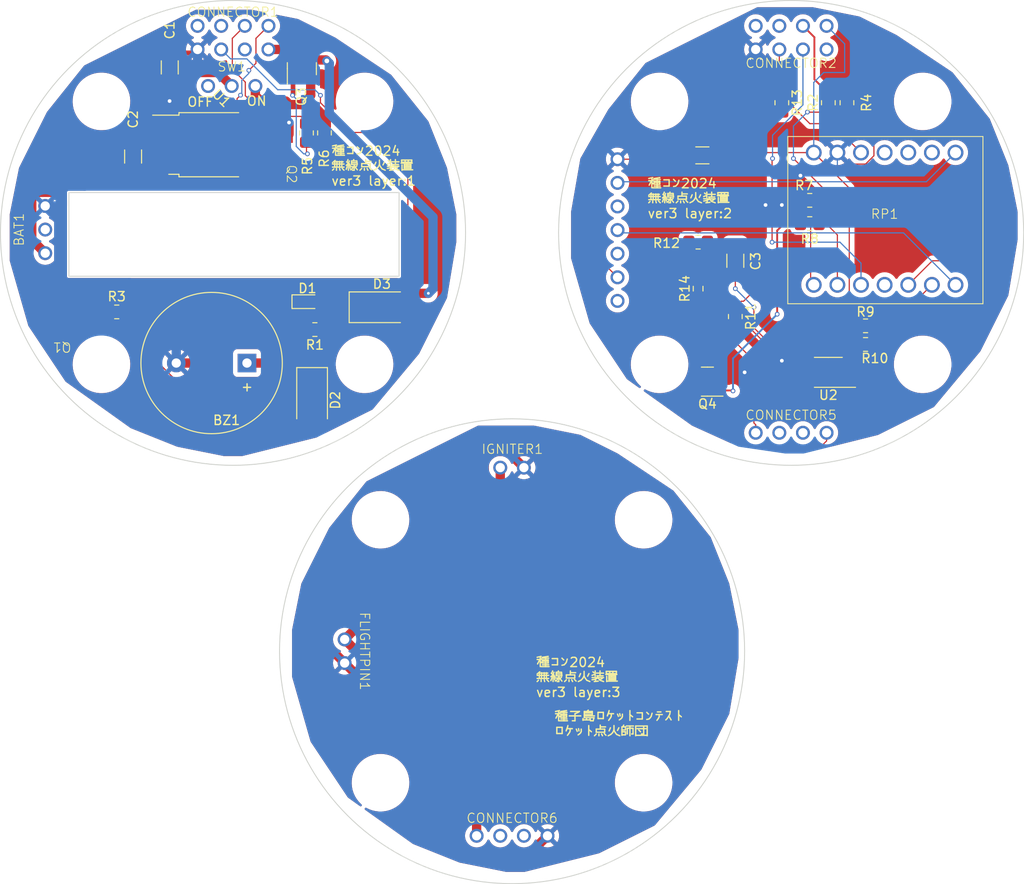
<source format=kicad_pcb>
(kicad_pcb (version 20221018) (generator pcbnew)
  (layers (0 "F.Cu" signal) (31 "B.Cu" power) (34 "B.Paste" user) (35 "F.Paste" user) (36 "B.SilkS" user "B.Silkscreen") (37 "F.SilkS" user "F.Silkscreen") (38 "B.Mask" user) (39 "F.Mask" user) (44 "Edge.Cuts" user))
  (net 0 "")
  (net 1 "Net-(BZ1--)")
  (net 2 "/GND1")
  (net 3 "/BAT+")
  (net 4 "Net-(U2-Vin-)")
  (net 5 "/POW")
  (net 6 "Net-(D1-A)")
  (net 7 "Net-(D2-A)")
  (net 8 "Net-(CONNECTOR5-Pad1)")
  (net 9 "Net-(Q4-D)")
  (net 10 "Net-(Q1-B)")
  (net 11 "Net-(Q2-C)")
  (net 12 "Net-(Q3-G)")
  (net 13 "/BAT1Z")
  (net 14 "Net-(TWE1-VCC)")
  (net 15 "/SDA")
  (net 16 "/SCL")
  (net 19 "/TEST")
  (net 20 "/RX")
  (net 21 "/TX")
  (net 29 "/IGNITE+1")
  (net 30 "Net-(U1-Q)")
  (net 31 "/BAT1")
  (net 32 "/GND2")
  (net 33 "/BAT2")
  (net 34 "Net-(U2-Vbus)")
  (net 35 "Net-(RP1-26)")
  (net 36 "Net-(RP1-27)")
  (net 37 "/IGNITE-2")
  (net 38 "/IGNITE+2")
  (net 39 "/ALART2")
  (net 40 "/3V3_2")
  (net 43 "Net-(CONNECTOR6-Pad1)")
  (net 46 "/GND4")
  (net 47 "/ALART1")
  (net 48 "/3V3_1")
  (net 49 "/Alart1")
  (footprint "screwhole:M3" (layer "F.Cu") (at 115.857864 80.857864 45)
    (fp_text reference "REF**" hide)
    (fp_text value "M3" hide)
  )
  (footprint "Resistor_SMD:R_0805_2012Metric_Pad1.20x1.40mm_HandSolder" (layer "F.Cu") (at 57.5 103.500001)
    (fp_text reference "R3")
    (fp_text value "1000")
  )
  (footprint "transistors:npn" (layer "F.Cu") (at 51.3636 104.000001)
    (fp_text reference "Q1")
    (fp_text value "NPN")
  )
  (footprint "Buzzer_Beeper:Buzzer_15x7.5RM7.6" (layer "F.Cu") (at 71.5 109.000001 180)
    (fp_text reference "BZ1")
    (fp_text value "Buzzer")
  )
  (footprint "screwhole:M3" (layer "F.Cu") (at 55.857864 80.857865 135)
    (fp_text reference "REF**" hide)
    (fp_text value "M3" hide)
  )
  (footprint "2pinconnector:SW" (layer "F.Cu") (at 69.860554 79.200001)
    (fp_text reference "SW1")
    (fp_text value "SW_DPDT_x2")
  )
  (footprint "Capacitor_SMD:C_1206_3216Metric_Pad1.33x1.80mm_HandSolder" (layer "F.Cu") (at 124 98 -90)
    (fp_text reference "C3")
    (fp_text value "0.1u")
  )
  (footprint "Package_TO_SOT_SMD:SOT-23" (layer "F.Cu") (at 121 111 180)
    (fp_text reference "Q4")
    (fp_text value "2N7002")
  )
  (footprint "Resistor_SMD:R_0805_2012Metric_Pad1.20x1.40mm_HandSolder" (layer "F.Cu") (at 138 105 180)
    (fp_text reference "R9")
    (fp_text value "10000")
  )
  (footprint "MyConnector:4pin_looseconnector" (layer "F.Cu") (at 100 159.85)
    (fp_text reference "CONNECTOR6")
    (fp_text value "~")
  )
  (footprint "MyConnector:8pin_looseconnector" (layer "F.Cu") (at 130 74)
    (fp_text reference "CONNECTOR2")
    (fp_text value "~")
  )
  (footprint "screwhole:M3" (layer "F.Cu") (at 84.142136 80.857865 135)
    (fp_text reference "REF**" hide)
    (fp_text value "M3" hide)
  )
  (footprint "screwhole:M3" (layer "F.Cu") (at 84.142136 109.142137 135)
    (fp_text reference "REF**" hide)
    (fp_text value "M3" hide)
  )
  (footprint "Package_TO_SOT_SMD:TO-252-3_TabPin2" (layer "F.Cu") (at 67.499 85.518001)
    (fp_text reference "U1")
    (fp_text value "LM2940")
  )
  (footprint "MyConnector:4pin_looseconnector" (layer "F.Cu") (at 130 116.5)
    (fp_text reference "CONNECTOR5")
    (fp_text value "~")
  )
  (footprint "2pinconnector:2pin_connector" (layer "F.Cu") (at 82 140 -90)
    (fp_text reference "FLIGHTPIN1")
    (fp_text value "~")
  )
  (footprint "Resistor_SMD:R_0805_2012Metric_Pad1.20x1.40mm_HandSolder" (layer "F.Cu") (at 132 91.5 180)
    (fp_text reference "R7")
    (fp_text value "1000")
  )
  (footprint "screwhole:M3" (layer "F.Cu") (at 114.142136 154.142136)
    (fp_text reference "REF**" hide)
    (fp_text value "M3" hide)
  )
  (footprint "screwhole:M3" (layer "F.Cu") (at 55.857864 109.142137 135)
    (fp_text reference "REF**" hide)
    (fp_text value "M3" hide)
  )
  (footprint "Resistor_SMD:R_0805_2012Metric_Pad1.20x1.40mm_HandSolder" (layer "F.Cu") (at 120 96 180)
    (fp_text reference "R12")
    (fp_text value "4.7")
  )
  (footprint "Capacitor_SMD:C_1206_3216Metric_Pad1.33x1.80mm_HandSolder" (layer "F.Cu") (at 59.258 86.788001 90)
    (fp_text reference "C2")
    (fp_text value "10μF")
  )
  (footprint "transistors:npn" (layer "F.Cu") (at 74.498 86.273651 90)
    (fp_text reference "Q2")
    (fp_text value "NPN")
  )
  (footprint "Diode_SMD:D_SMA" (layer "F.Cu") (at 78.5 113.000001 -90)
    (fp_text reference "D2")
    (fp_text value "US1M")
  )
  (footprint "screwhole:M3" (layer "F.Cu") (at 144.142136 80.857864 45)
    (fp_text reference "REF**" hide)
    (fp_text value "M3" hide)
  )
  (footprint "Package_TO_SOT_SMD:SOT-23" (layer "F.Cu") (at 77.4 77.337501 90)
    (fp_text reference "Q3")
    (fp_text value "AO3401A")
  )
  (footprint "2pinconnector:3pin_connector" (layer "F.Cu") (at 49.812554 94.64343 90)
    (fp_text reference "BAT1")
    (fp_text value "~")
  )
  (footprint "Capacitor_SMD:C_1206_3216Metric_Pad1.33x1.80mm_HandSolder" (layer "F.Cu") (at 120.457 86.661 180)
    (fp_text reference "C4" hide)
    (fp_text value "0.1u" hide)
  )
  (footprint "screwhole:M3" (layer "F.Cu") (at 85.857864 154.142136 45)
    (fp_text reference "REF**" hide)
    (fp_text value "M3" hide)
  )
  (footprint "Resistor_SMD:R_0805_2012Metric_Pad1.20x1.40mm_HandSolder" (layer "F.Cu") (at 132 94 180)
    (fp_text reference "R8")
    (fp_text value "100")
  )
  (footprint "Resistor_SMD:R_0805_2012Metric_Pad1.20x1.40mm_HandSolder" (layer "F.Cu") (at 79.832 84.248001 -90)
    (fp_text reference "R6")
    (fp_text value "10000")
  )
  (footprint "Resistor_SMD:R_0805_2012Metric_Pad1.20x1.40mm_HandSolder" (layer "F.Cu") (at 77.9 84.250001 90)
    (fp_text reference "R5")
    (fp_text value "510")
  )
  (footprint "screwhole:M3" (layer "F.Cu") (at 85.857864 125.857864 45)
    (fp_text reference "REF**" hide)
    (fp_text value "M3" hide)
  )
  (footprint "2pinconnector:2pin_connector" (layer "F.Cu") (at 100 120.25)
    (fp_text reference "IGNITER1")
    (fp_text value "~")
  )
  (footprint "Capacitor_SMD:C_1206_3216Metric_Pad1.33x1.80mm_HandSolder" (layer "F.Cu") (at 63.2 77.200001 90)
    (fp_text reference "C1")
    (fp_text value "10μF")
  )
  (footprint "Package_SO:VSSOP-10_3x3mm_P0.5mm" (layer "F.Cu") (at 134 110 180)
    (fp_text reference "U2")
    (fp_text value "INA226")
  )
  (footprint "screwhole:M3" (layer "F.Cu") (at 144.142136 109.142136 45)
    (fp_text reference "REF**" hide)
    (fp_text value "M3" hide)
  )
  (footprint "LED_SMD:LED_0603_1608Metric_Pad1.05x0.95mm_HandSolder" (layer "F.Cu") (at 78 102.400001)
    (fp_text reference "D1")
    (fp_text value "LED")
  )
  (footprint "Resistor_SMD:R_0805_2012Metric_Pad1.20x1.40mm_HandSolder" (layer "F.Cu") (at 124 104 -90)
    (fp_text reference "R11")
    (fp_text value "4.7")
  )
  (footprint "MyConnector:8pin_looseconnector" (layer "F.Cu") (at 70 74.000001)
    (fp_text reference "CONNECTOR1")
    (fp_text value "~")
  )
  (footprint "Resistor_SMD:R_0805_2012Metric_Pad1.20x1.40mm_HandSolder" (layer "F.Cu") (at 138 107 180)
    (fp_text reference "R10")
    (fp_text value "10000")
  )
  (footprint "2pinconnector:SeeedXiaoRP2040" (layer "F.Cu") (at 140.052 93.476)
    (fp_text reference "RP1")
    (fp_text value "~")
  )
  (footprint "Resistor_SMD:R_0805_2012Metric_Pad1.20x1.40mm_HandSolder" (layer "F.Cu") (at 136 81 -90)
    (fp_text reference "R4")
    (fp_text value "10000")
  )
  (footprint "screwhole:M3" (layer "F.Cu") (at 115.857864 109.142136 45)
    (fp_text reference "REF**" hide)
    (fp_text value "M3" hide)
  )
  (footprint "Resistor_SMD:R_0805_2012Metric_Pad1.20x1.40mm_HandSolder" (layer "F.Cu") (at 134 81 90)
    (fp_text reference "R2")
    (fp_text value "1000")
  )
  (footprint "screwhole:M3" (layer "F.Cu") (at 114.142136 125.857864)
    (fp_text reference "REF**" hide)
    (fp_text value "M3" hide)
  )
  (footprint "2pinconnector:TWELITE" (layer "F.Cu") (at 118.956 94.698 90)
    (fp_text reference "TWE1" hide)
    (fp_text value "~" hide)
  )
  (footprint "Resistor_SMD:R_0805_2012Metric_Pad1.20x1.40mm_HandSolder" (layer "F.Cu") (at 78.8 105.400001 180)
    (fp_text reference "R1")
    (fp_text value "470")
  )
  (footprint "Diode_SMD:D_SMA" (layer "F.Cu") (at 86 103.000001)
    (fp_text reference "D3")
    (fp_text value "US1M")
  )
  (footprint "Resistor_SMD:R_0603_1608Metric_Pad0.98x0.95mm_HandSolder" (layer "F.Cu") (at 120 101 90)
    (fp_text reference "R14")
    (fp_text value "0.002")
  )
  (footprint "Resistor_SMD:R_0805_2012Metric_Pad1.20x1.40mm_HandSolder" (layer "F.Cu") (at 129 81 -90)
    (fp_text reference "R13")
    (fp_text value "10000")
  )
  (gr_circle (center 70 95.000001) (end 52.32233 77.322332) (stroke (width 0.1)) (fill none) (layer "Edge.Cuts"))
  (gr_circle (center 100 140) (end 125 140) (stroke (width 0.1)) (fill none) (layer "Edge.Cuts"))
  (gr_circle (center 130 95) (end 155 95) (stroke (width 0.1)) (fill none) (layer "Edge.Cuts"))
  (gr_poly (pts (xy 87.854446 99.66343) (xy 52.354446 99.66343) (xy 52.354446 90.66343) (xy 87.854446 90.66343)) (stroke (width 0.1)) (fill none) (layer "Edge.Cuts"))
  (gr_text "OFF" (at 65 81.500001) (layer "F.SilkS") (effects (font (size 1 1)) (justify left bottom)))
  (gr_text "種コン2024\n無線点火装置\nver3 layer:3" (at 102.5 145) (layer "F.SilkS") (effects (font (size 1 1)) (justify left bottom)))
  (gr_text "種子島ロケットコンテスト\nロケット点火師団" (at 104.475 149.22) (layer "F.SilkS") (effects (font (size 1 1)) (justify left bottom)))
  (gr_text "種コン2024\n無線点火装置\nver3 layer:1" (at 80.5 90.000001) (layer "F.SilkS") (effects (font (size 1 1)) (justify left bottom)))
  (gr_text "種コン2024\n無線点火装置\nver3 layer:2" (at 114.5 93.5) (layer "F.SilkS") (effects (font (size 1 1)) (justify left bottom)))
  (gr_text "ON" (at 71.4 81.400001) (layer "F.SilkS") (effects (font (size 1 1)) (justify left bottom)))
  (segment (start 75.194002 109.000001) (end 77.194002 111.000001) (width 1) (layer "F.Cu") (net 1))
  (segment (start 78.5 111.000001) (end 77.194002 111.000001) (width 1) (layer "F.Cu") (net 1))
  (segment (start 81.19 104.010001) (end 79.8 105.400001) (width 1) (layer "F.Cu") (net 1))
  (segment (start 81.19 104.000001) (end 82.19 103.000001) (width 1) (layer "F.Cu") (net 1))
  (segment (start 82.19 103.000001) (end 84 103.000001) (width 1) (layer "F.Cu") (net 1))
  (segment (start 79.8 109.700001) (end 78.5 111.000001) (width 1) (layer "F.Cu") (net 1))
  (segment (start 81.19 104.000001) (end 81.19 104.010001) (width 1) (layer "F.Cu") (net 1))
  (segment (start 79.8 105.400001) (end 79.8 109.700001) (width 1) (layer "F.Cu") (net 1))
  (segment (start 71.5 109.000001) (end 75.194002 109.000001) (width 1) (layer "F.Cu") (net 1))
  (segment (start 62.459 81.541001) (end 63.181 80.819001) (width 1) (layer "F.Cu") (net 2))
  (segment (start 65.8225 75.637501) (end 66.19 75.270001) (width 0.5) (layer "F.Cu") (net 2))
  (segment (start 59.258 85.225501) (end 61.2455 83.238001) (width 1) (layer "F.Cu") (net 2))
  (segment (start 62.459 83.238001) (end 62.459 81.541001) (width 1) (layer "F.Cu") (net 2))
  (segment (start 63.9 109.000001) (end 66.5 109.000001) (width 1) (layer "F.Cu") (net 2))
  (segment (start 63.2 75.637501) (end 65.8225 75.637501) (width 0.5) (layer "F.Cu") (net 2))
  (segment (start 66.5 109.000001) (end 73.1 102.400001) (width 1) (layer "F.Cu") (net 2))
  (segment (start 61.2455 83.238001) (end 62.459 83.238001) (width 1) (layer "F.Cu") (net 2))
  (segment (start 73.1 102.400001) (end 76.775 102.400001) (width 1) (layer "F.Cu") (net 2))
  (segment (start 76.022 84.394051) (end 76.022 83.233501) (width 1) (layer "F.Cu") (net 2))
  (via (at 63.181 80.819001) (size 0.8) (drill 0.4) (layers "F.Cu" "B.Cu") (net 2))
  (via (at 76.022 83.133001) (size 0.8) (drill 0.4) (layers "F.Cu" "B.Cu") (net 2))
  (segment (start 59.8 84.200001) (end 59.8 82.006898) (width 1) (layer "B.Cu") (net 2))
  (segment (start 51.262554 93.55343) (end 49.812554 92.10343) (width 1) (layer "B.Cu") (net 2))
  (segment (start 51.262554 99.912021) (end 51.262554 93.55343) (width 1) (layer "B.Cu") (net 2))
  (segment (start 63.9 109.000001) (end 63.9 105.400001) (width 1) (layer "B.Cu") (net 2))
  (segment (start 63.562 81.200001) (end 74.089 81.200001) (width 1) (layer "B.Cu") (net 2))
  (segment (start 63.181 80.819001) (end 66.19 77.810001) (width 1) (layer "B.Cu") (net 2))
  (segment (start 66.19 77.810001) (end 66.19 75.270001) (width 1) (layer "B.Cu") (net 2))
  (segment (start 74.089 81.200001) (end 76.022 83.133001) (width 1) (layer "B.Cu") (net 2))
  (segment (start 59.8 82.006898) (end 60.987897 80.819001) (width 1) (layer "B.Cu") (net 2))
  (segment (start 51.654446 90.058984) (end 51.75 89.96343) (width 1) (layer "B.Cu") (net 2))
  (segment (start 54.036571 89.96343) (end 59.8 84.200001) (width 1) (layer "B.Cu") (net 2))
  (segment (start 51.654446 92.10343) (end 51.654446 90.058984) (width 1) (layer "B.Cu") (net 2))
  (segment (start 51.713963 100.36343) (end 51.262554 99.912021) (width 1) (layer "B.Cu") (net 2))
  (segment (start 63.181 80.819001) (end 63.562 81.200001) (width 1) (layer "B.Cu") (net 2))
  (segment (start 58.863429 100.36343) (end 51.713963 100.36343) (width 1) (layer "B.Cu") (net 2))
  (segment (start 63.9 105.400001) (end 58.863429 100.36343) (width 1) (layer "B.Cu") (net 2))
  (segment (start 51.75 89.96343) (end 54.036571 89.96343) (width 1) (layer "B.Cu") (net 2))
  (segment (start 49.812554 92.10343) (end 51.654446 92.10343) (width 1) (layer "B.Cu") (net 2))
  (segment (start 60.987897 80.819001) (end 63.181 80.819001) (width 1) (layer "B.Cu") (net 2))
  (segment (start 53.15225 88.810251) (end 63.2 78.762501) (width 1) (layer "F.Cu") (net 3))
  (segment (start 60.544 89.713001) (end 54.055 89.713001) (width 1) (layer "F.Cu") (net 3))
  (segment (start 48.362554 90.637447) (end 51.325054 90.637447) (width 1) (layer "F.Cu") (net 3))
  (segment (start 62.459 87.798001) (end 60.544 89.713001) (width 1) (layer "F.Cu") (net 3))
  (segment (start 64.2125 77.750001) (end 68.410554 77.750001) (width 1) (layer "F.Cu") (net 3))
  (segment (start 54.055 89.713001) (end 53.15225 88.810251) (width 1) (layer "F.Cu") (net 3))
  (segment (start 49.812554 97.18343) (end 48.362554 95.73343) (width 1) (layer "F.Cu") (net 3))
  (segment (start 48.362554 95.73343) (end 48.362554 90.637447) (width 1) (layer "F.Cu") (net 3))
  (segment (start 63.2 78.762501) (end 64.2125 77.750001) (width 1) (layer "F.Cu") (net 3))
  (segment (start 68.410554 77.750001) (end 69.860554 79.200001) (width 1) (layer "F.Cu") (net 3))
  (segment (start 51.325054 90.637447) (end 53.15225 88.810251) (width 1) (layer "F.Cu") (net 3))
  (segment (start 127.7635 107.435719) (end 127.7635 109.683748) (width 0.127) (layer "F.Cu") (net 4))
  (segment (start 128.579752 110.5) (end 131.8 110.5) (width 0.127) (layer "F.Cu") (net 4))
  (segment (start 124.6441 102.3559) (end 124.8821 102.3559) (width 0.127) (layer "F.Cu") (net 4))
  (segment (start 125 104.672219) (end 127.7635 107.435719) (width 0.127) (layer "F.Cu") (net 4))
  (segment (start 124 103) (end 124.6441 102.3559) (width 0.127) (layer "F.Cu") (net 4))
  (segment (start 126 101.238) (end 124.8821 102.3559) (width 0.127) (layer "F.Cu") (net 4))
  (segment (start 126 98.4375) (end 126 101.238) (width 0.127) (layer "F.Cu") (net 4))
  (segment (start 125 104) (end 125 104.5) (width 0.127) (layer "F.Cu") (net 4))
  (segment (start 125 104.5) (end 125 104.672219) (width 0.127) (layer "F.Cu") (net 4))
  (segment (start 124 96.4375) (end 126 98.4375) (width 0.127) (layer "F.Cu") (net 4))
  (segment (start 127.7635 109.683748) (end 128.579752 110.5) (width 0.127) (layer "F.Cu") (net 4))
  (segment (start 124 103) (end 125 104) (width 0.127) (layer "F.Cu") (net 4))
  (segment (start 132.432 86.364) (end 136.25 90.182) (width 0.127) (layer "F.Cu") (net 5))
  (segment (start 137.238 107) (end 137.238 105) (width 0.127) (layer "F.Cu") (net 5))
  (segment (start 132.432 86.364) (end 122.3165 86.364) (width 0.127) (layer "F.Cu") (net 5))
  (segment (start 122.3165 86.364) (end 122.0195 86.661) (width 0.127) (layer "F.Cu") (net 5))
  (segment (start 131.8 109) (end 133.8 107) (width 0.127) (layer "F.Cu") (net 5))
  (segment (start 136.25 104.012) (end 137.238 105) (width 0.127) (layer "F.Cu") (net 5))
  (segment (start 133.8 107) (end 137.238 107) (width 0.127) (layer "F.Cu") (net 5))
  (segment (start 136.25 90.182) (end 136.25 104.012) (width 0.127) (layer "F.Cu") (net 5))
  (segment (start 132.432 78.818) (end 133.5 77.75) (width 0.127) (layer "B.Cu") (net 5))
  (segment (start 135.75 77.75) (end 135.75 74.67) (width 0.127) (layer "B.Cu") (net 5))
  (segment (start 135.75 74.67) (end 133.81 72.73) (width 0.127) (layer "B.Cu") (net 5))
  (segment (start 133.5 77.75) (end 135.75 77.75) (width 0.127) (layer "B.Cu") (net 5))
  (segment (start 132.432 86.364) (end 132.432 78.818) (width 0.127) (layer "B.Cu") (net 5))
  (segment (start 77.8 104.438001) (end 77.8 105.400001) (width 0.127) (layer "F.Cu") (net 6))
  (segment (start 79.225 102.400001) (end 79.225 103.013001) (width 0.127) (layer "F.Cu") (net 6))
  (segment (start 79.225 103.013001) (end 77.8 104.438001) (width 0.127) (layer "F.Cu") (net 6))
  (segment (start 68 115.000001) (end 78.5 115.000001) (width 0.127) (layer "F.Cu") (net 7))
  (segment (start 54.6712 105.524001) (end 53.2432 105.524001) (width 0.127) (layer "F.Cu") (net 7))
  (segment (start 54.6952 105.500001) (end 58.5 105.500001) (width 0.127) (layer "F.Cu") (net 7))
  (segment (start 54.6952 105.500001) (end 54.6712 105.524001) (width 0.127) (layer "F.Cu") (net 7))
  (segment (start 58.5 105.500001) (end 68 115.000001) (width 0.127) (layer "F.Cu") (net 7))
  (segment (start 120 98.9) (end 119 97.9) (width 0.127) (layer "F.Cu") (net 8))
  (segment (start 118.75 105.75) (end 123 105.75) (width 0.127) (layer "F.Cu") (net 8))
  (segment (start 119 97.968) (end 118 98.968) (width 0.127) (layer "F.Cu") (net 8))
  (segment (start 118 98.968) (end 118 105) (width 0.127) (layer "F.Cu") (net 8))
  (segment (start 119 96) (end 119 97.9) (width 0.127) (layer "F.Cu") (net 8))
  (segment (start 120 100.0875) (end 120 98.9) (width 0.127) (layer "F.Cu") (net 8))
  (segment (start 126 108.75) (end 126 115.445) (width 0.127) (layer "F.Cu") (net 8))
  (segment (start 126 115.445) (end 126.19 115.635) (width 0.127) (layer "F.Cu") (net 8))
  (segment (start 119 97.9) (end 119 97.968) (width 0.127) (layer "F.Cu") (net 8))
  (segment (start 123 105.75) (end 126 108.75) (width 0.127) (layer "F.Cu") (net 8))
  (segment (start 118 105) (end 118.75 105.75) (width 0.127) (layer "F.Cu") (net 8))
  (segment (start 126.19 115.635) (end 126.19 116.5) (width 0.127) (layer "F.Cu") (net 8))
  (segment (start 120.0625 113.0625) (end 120.0625 111) (width 0.127) (layer "F.Cu") (net 9))
  (segment (start 133.81 117.377) (end 133.187 118) (width 0.127) (layer "F.Cu") (net 9))
  (segment (start 133.187 118) (end 125 118) (width 0.127) (layer "F.Cu") (net 9))
  (segment (start 125 118) (end 120.0625 113.0625) (width 0.127) (layer "F.Cu") (net 9))
  (segment (start 133.81 116.5) (end 133.81 117.377) (width 0.127) (layer "F.Cu") (net 9))
  (segment (start 55.181 102.197001) (end 53.289898 102.197001) (width 0.127) (layer "F.Cu") (net 10))
  (segment (start 56.484 103.500001) (end 55.181 102.197001) (width 0.127) (layer "F.Cu") (net 10))
  (segment (start 77.9 83.078001) (end 77.292 82.470001) (width 0.127) (layer "F.Cu") (net 11))
  (segment (start 74.498 84.616301) (end 74.498 82.470001) (width 0.127) (layer "F.Cu") (net 11))
  (segment (start 74.498 82.470001) (end 77.292 82.470001) (width 0.127) (layer "F.Cu") (net 11))
  (segment (start 77.9 83.234001) (end 77.9 83.078001) (width 0.127) (layer "F.Cu") (net 11))
  (segment (start 79.578 85.264001) (end 79.832 85.010001) (width 0.127) (layer "F.Cu") (net 12))
  (segment (start 76.45 78.275001) (end 76.45 80.150001) (width 0.5) (layer "F.Cu") (net 12))
  (segment (start 77.9 86.400001) (end 77.9 85.266001) (width 0.127) (layer "F.Cu") (net 12))
  (segment (start 76.45 80.150001) (end 76.4 80.200001) (width 0.127) (layer "F.Cu") (net 12))
  (segment (start 78.054 85.264001) (end 79.578 85.264001) (width 0.127) (layer "F.Cu") (net 12))
  (segment (start 78 86.500001) (end 77.9 86.400001) (width 0.127) (layer "F.Cu") (net 12))
  (via (at 76.4 80.200001) (size 0.5) (drill 0.3) (layers "F.Cu" "B.Cu") (net 12))
  (via (at 78 86.500001) (size 0.5) (drill 0.3) (layers "F.Cu" "B.Cu") (net 12))
  (segment (start 77.6 86.500001) (end 76.8 85.700001) (width 0.127) (layer "B.Cu") (net 12))
  (segment (start 76.8 80.600001) (end 76.4 80.200001) (width 0.127) (layer "B.Cu") (net 12))
  (segment (start 78 86.500001) (end 77.6 86.500001) (width 0.127) (layer "B.Cu") (net 12))
  (segment (start 76.8 85.700001) (end 76.8 80.600001) (width 0.127) (layer "B.Cu") (net 12))
  (segment (start 77.33 75.270001) (end 77.4 75.340001) (width 1) (layer "F.Cu") (net 13))
  (segment (start 79.985 76.400001) (end 80.086 76.501001) (width 1) (layer "F.Cu") (net 13))
  (segment (start 77.4 76.400001) (end 79.985 76.400001) (width 1) (layer "F.Cu") (net 13))
  (segment (start 73.81 75.270001) (end 77.33 75.270001) (width 1) (layer "F.Cu") (net 13))
  (segment (start 89.5 101.500001) (end 88 103.000001) (width 1) (layer "F.Cu") (net 13))
  (segment (start 91 101.500001) (end 89.5 101.500001) (width 1) (layer "F.Cu") (net 13))
  (segment (start 73.83 75.250001) (end 73.81 75.270001) (width 1) (layer "F.Cu") (net 13))
  (segment (start 77.4 75.340001) (end 77.4 76.400001) (width 1) (layer "F.Cu") (net 13))
  (via (at 80.086 76.501001) (size 0.8) (drill 0.5) (layers "F.Cu" "B.Cu") (net 13))
  (via (at 91 101.500001) (size 0.5) (drill 0.3) (layers "F.Cu" "B.Cu") (net 13))
  (segment (start 80.35 76.765001) (end 80.35 82.156898) (width 1) (layer "B.Cu") (net 13))
  (segment (start 80.086 76.501001) (end 80.35 76.765001) (width 1) (layer "B.Cu") (net 13))
  (segment (start 91.5 101.000001) (end 91 101.500001) (width 1) (layer "B.Cu") (net 13))
  (segment (start 80.35 82.156898) (end 91.5 93.306898) (width 1) (layer "B.Cu") (net 13))
  (segment (start 91.5 93.306898) (end 91.5 101.000001) (width 1) (layer "B.Cu") (net 13))
  (segment (start 126.012 84.75) (end 111.25 84.75) (width 0.127) (layer "F.Cu") (net 14))
  (segment (start 109.25 97.692) (end 111.336 99.778) (width 0.127) (layer "F.Cu") (net 14))
  (segment (start 111.25 84.75) (end 109.25 86.75) (width 0.127) (layer "F.Cu") (net 14))
  (segment (start 129 81.762) (end 126.012 84.75) (width 0.127) (layer "F.Cu") (net 14))
  (segment (start 109.25 86.75) (end 109.25 97.692) (width 0.127) (layer "F.Cu") (net 14))
  (segment (start 138.762 107.663) (end 136.925 109.5) (width 0.127) (layer "F.Cu") (net 15))
  (segment (start 142.592 100.588) (end 145.18 98) (width 0.127) (layer "F.Cu") (net 15))
  (segment (start 150 100.25) (end 145.25 105) (width 0.127) (layer "F.Cu") (net 15))
  (segment (start 145.25 105) (end 142.762 105) (width 0.127) (layer "F.Cu") (net 15))
  (segment (start 138.762 107) (end 138.762 107.663) (width 0.127) (layer "F.Cu") (net 15))
  (segment (start 140.762 107) (end 138.762 107) (width 0.127) (layer "F.Cu") (net 15))
  (segment (start 150 98) (end 150 100.25) (width 0.127) (layer "F.Cu") (net 15))
  (segment (start 145.18 98) (end 150 98) (width 0.127) (layer "F.Cu") (net 15))
  (segment (start 142.762 105) (end 140.762 107) (width 0.127) (layer "F.Cu") (net 15))
  (segment (start 136.925 109.5) (end 136.2 109.5) (width 0.127) (layer "F.Cu") (net 15))
  (segment (start 136.6 109) (end 136.2 109) (width 0.127) (layer "F.Cu") (net 16))
  (segment (start 138.762 105) (end 138 105.762) (width 0.127) (layer "F.Cu") (net 16))
  (segment (start 145.132 100.588) (end 140.72 105) (width 0.127) (layer "F.Cu") (net 16))
  (segment (start 138 107.6) (end 136.6 109) (width 0.127) (layer "F.Cu") (net 16))
  (segment (start 138 105.762) (end 138 107.6) (width 0.127) (layer "F.Cu") (net 16))
  (segment (start 140.72 105) (end 138.762 105) (width 0.127) (layer "F.Cu") (net 16))
  (segment (start 111.336 89.618) (end 111.454 89.5) (width 0.127) (layer "B.Cu") (net 20))
  (segment (start 111.454 89.5) (end 144.536 89.5) (width 0.127) (layer "B.Cu") (net 20))
  (segment (start 144.536 89.5) (end 147.672 86.364) (width 0.127) (layer "B.Cu") (net 20))
  (segment (start 142.084 95) (end 147.672 100.588) (width 0.127) (layer "B.Cu") (net 21))
  (segment (start 111.336 94.698) (end 111.638 95) (width 0.127) (layer "B.Cu") (net 21))
  (segment (start 111.638 95) (end 142.084 95) (width 0.127) (layer "B.Cu") (net 21))
  (segment (start 72.974 84.394051) (end 72.974 81.582501) (width 0.127) (layer "F.Cu") (net 29))
  (segment (start 69.926 74.074001) (end 71.27 72.730001) (width 0.127) (layer "F.Cu") (net 29))
  (segment (start 72.665856 81.582501) (end 71.323 80.239645) (width 0.127) (layer "F.Cu") (net 29))
  (segment (start 69.926 77.390001) (end 69.926 74.074001) (width 0.127) (layer "F.Cu") (net 29))
  (segment (start 72.974 81.582501) (end 72.665856 81.582501) (width 0.127) (layer "F.Cu") (net 29))
  (segment (start 71.323 78.787001) (end 69.926 77.390001) (width 0.127) (layer "F.Cu") (net 29))
  (segment (start 71.323 80.239645) (end 71.323 78.787001) (width 0.127) (layer "F.Cu") (net 29))
  (segment (start 71.704 77.517001) (end 72.466 76.755001) (width 0.127) (layer "F.Cu") (net 30))
  (segment (start 72.466 76.755001) (end 72.466 74.074001) (width 0.127) (layer "F.Cu") (net 30))
  (segment (start 70.81 80.184001) (end 70.434 80.560001) (width 0.127) (layer "F.Cu") (net 30))
  (segment (start 59.258 88.350501) (end 59.6265 88.350501) (width 0.127) (layer "F.Cu") (net 30))
  (segment (start 72.466 74.074001) (end 73.81 72.730001) (width 0.127) (layer "F.Cu") (net 30))
  (segment (start 68.759 85.518001) (end 62.459 85.518001) (width 0.127) (layer "F.Cu") (net 30))
  (segment (start 70.434 80.560001) (end 70.434 83.993001) (width 0.127) (layer "F.Cu") (net 30))
  (segment (start 59.6265 88.350501) (end 62.459 85.518001) (width 0.127) (layer "F.Cu") (net 30))
  (via (at 71.704 77.517001) (size 0.5) (drill 0.3) (layers "F.Cu" "B.Cu") (net 30))
  (via (at 70.81 80.184001) (size 0.5) (drill 0.3) (layers "F.Cu" "B.Cu") (net 30))
  (segment (start 71.704 77.834501) (end 71.704 77.517001) (width 0.127) (layer "B.Cu") (net 30))
  (segment (start 70.942 80.052001) (end 70.942 78.596501) (width 0.127) (layer "B.Cu") (net 30))
  (segment (start 70.942 78.596501) (end 71.704 77.834501) (width 0.127) (layer "B.Cu") (net 30))
  (segment (start 70.81 80.184001) (end 70.942 80.052001) (width 0.127) (layer "B.Cu") (net 30))
  (segment (start 72.400554 80.237447) (end 72.400554 79.200001) (width 1) (layer "F.Cu") (net 31))
  (segment (start 72.982108 80.819001) (end 75.675497 80.819001) (width 1) (layer "F.Cu") (net 31))
  (segment (start 78.35 78.275001) (end 78.35 80.200001) (width 1) (layer "F.Cu") (net 31))
  (segment (start 75.675497 80.819001) (end 76.056497 81.200001) (width 1) (layer "F.Cu") (net 31))
  (segment (start 77.35 81.200001) (end 78.520248 81.200001) (width 1) (layer "F.Cu") (net 31))
  (segment (start 78.520248 81.200001) (end 79.832 82.511753) (width 1) (layer "F.Cu") (net 31))
  (segment (start 78.35 80.200001) (end 77.35 81.200001) (width 1) (layer "F.Cu") (net 31))
  (segment (start 72.982108 80.819001) (end 72.400554 80.237447) (width 1) (layer "F.Cu") (net 31))
  (segment (start 79.832 82.511753) (end 79.832 83.486001) (width 1) (layer "F.Cu") (net 31))
  (segment (start 76.056497 81.200001) (end 77.35 81.200001) (width 1) (layer "F.Cu") (net 31))
  (segment (start 118.8945 88.1445) (end 122.75 92) (width 0.127) (layer "F.Cu") (net 32))
  (segment (start 130 108.75) (end 130.6865 109.4365) (width 0.6) (layer "F.Cu") (net 32))
  (segment (start 138.9 86.7) (end 138 87.6) (width 0.127) (layer "F.Cu") (net 32))
  (segment (start 118.4775 87.078) (end 118.8945 86.661) (width 0.127) (layer "F.Cu") (net 32))
  (segment (start 129 108.75) (end 130 108.75) (width 1) (layer "F.Cu") (net 32))
  (segment (start 111.336 87.078) (end 118.4775 87.078) (width 0.127) (layer "F.Cu") (net 32))
  (segment (start 118.8945 86.661) (end 118.8945 88.1445) (width 0.127) (layer "F.Cu") (net 32))
  (segment (start 136 82) (end 137.2 82) (width 0.127) (layer "F.Cu") (net 32))
  (segment (start 122.75 92) (end 127.25 92) (width 0.127) (layer "F.Cu") (net 32))
  (segment (start 130.984 88.853) (end 131 88.837) (width 0.127) (layer "F.Cu") (net 32))
  (segment (start 124.95 110.05) (end 125 110) (width 1) (layer "F.Cu") (net 32))
  (segment (start 138 87.6) (end 136.208 87.6) (width 0.127) (layer "F.Cu") (net 32))
  (segment (start 121.9375 110.05) (end 124.95 110.05) (width 1) (layer "F.Cu") (net 32))
  (segment (start 136.208 87.6) (end 134.972 86.364) (width 0.127) (layer "F.Cu") (net 32))
  (segment (start 138.9 83.7) (end 138.9 86.7) (width 0.127) (layer "F.Cu") (net 32))
  (segment (start 130.75 109.5) (end 131.8 109.5) (width 0.3) (layer "F.Cu") (net 32))
  (segment (start 137.2 82) (end 138.9 83.7) (width 0.127) (layer "F.Cu") (net 32))
  (segment (start 129.5 91.5) (end 131 91.5) (width 0.127) (layer "F.Cu") (net 32))
  (segment (start 129 92) (end 129.5 91.5) (width 0.127) (layer "F.Cu") (net 32))
  (via (at 129 108.75) (size 0.8) (drill 0.4) (layers "F.Cu" "B.Cu") (net 32))
  (via (at 127.25 92) (size 0.8) (drill 0.4) (layers "F.Cu" "B.Cu") (net 32))
  (via (at 131 88.837) (size 0.8) (drill 0.4) (layers "F.Cu" "B.Cu") (net 32))
  (via (at 125 110) (size 0.8) (drill 0.4) (layers "F.Cu" "B.Cu") (net 32))
  (via (at 129 92) (size 0.8) (drill 0.4) (layers "F.Cu" "B.Cu") (net 32))
  (segment (start 134.972 88.028) (end 134.972 86.364) (width 0.127) (layer "B.Cu") (net 32))
  (segment (start 126.19 86.69) (end 128.2365 88.7365) (width 1) (layer "B.Cu") (net 32))
  (segment (start 134.163 88.837) (end 134.972 88.028) (width 0.127) (layer "B.Cu") (net 32))
  (segment (start 127.75 110) (end 125 110) (width 1) (layer "B.Cu") (net 32))
  (segment (start 131 88.837) (end 134.163 88.837) (width 0.127) (layer "B.Cu") (net 32))
  (segment (start 127.25 92) (end 129 92) (width 0.127) (layer "B.Cu") (net 32))
  (segment (start 129 108.75) (end 127.75 110) (width 1) (layer "B.Cu") (net 32))
  (segment (start 126.19 75.27) (end 126.19 86.69) (width 1) (layer "B.Cu") (net 32))
  (segment (start 128.2365 88.7365) (end 131 88.7365) (width 1) (layer "B.Cu") (net 32))
  (segment (start 121.73 104.762) (end 124 104.762) (width 1) (layer "F.Cu") (net 33))
  (segment (start 120 103.032) (end 121.73 104.762) (width 1) (layer "F.Cu") (net 33))
  (segment (start 124 104.762) (end 127 107.762) (width 1) (layer "F.Cu") (net 33))
  (segment (start 120 103.032) (end 120 101.9125) (width 1) (layer "F.Cu") (net 33))
  (segment (start 128.35 111.35) (end 131.8 111.35) (width 1) (layer "F.Cu") (net 33))
  (segment (start 127 107.762) (end 127 110) (width 1) (layer "F.Cu") (net 33))
  (segment (start 127 110) (end 128.35 111.35) (width 1) (layer "F.Cu") (net 33))
  (segment (start 126 105.209771) (end 126 103) (width 0.127) (layer "F.Cu") (net 34))
  (segment (start 131.8 110) (end 128.5422 110) (width 0.127) (layer "F.Cu") (net 34))
  (segment (start 128.0905 109.5483) (end 128.0905 107.300271) (width 0.127) (layer "F.Cu") (net 34))
  (segment (start 128.5422 110) (end 128.0905 109.5483) (width 0.127) (layer "F.Cu") (net 34))
  (segment (start 128.0905 107.300271) (end 126 105.209771) (width 0.127) (layer "F.Cu") (net 34))
  (segment (start 124 99.5625) (end 124 99) (width 0.127) (layer "F.Cu") (net 34))
  (segment (start 124 99) (end 121 96) (width 0.127) (layer "F.Cu") (net 34))
  (segment (start 124 101) (end 124 99.5625) (width 0.127) (layer "F.Cu") (net 34))
  (via (at 124 101) (size 0.5) (drill 0.3) (layers "F.Cu" "B.Cu") (net 34))
  (via (at 126 103) (size 0.5) (drill 0.3) (layers "F.Cu" "B.Cu") (net 34))
  (segment (start 126 103) (end 124 101) (width 0.127) (layer "B.Cu") (net 34))
  (segment (start 134 92.8) (end 134 90.75) (width 0.127) (layer "F.Cu") (net 35))
  (segment (start 132.6738 92.8) (end 134 92.8) (width 0.127) (layer "F.Cu") (net 35))
  (segment (start 134 90.75) (end 130.25 87) (width 0.127) (layer "F.Cu") (net 35))
  (segment (start 131.766 82.016) (end 134 82.016) (width 0.127) (layer "F.Cu") (net 35))
  (segment (start 131.75 82) (end 131.766 82.016) (width 0.127) (layer "F.Cu") (net 35))
  (segment (start 132.095262 93.378538) (end 132.6738 92.8) (width 0.127) (layer "F.Cu") (net 35))
  (segment (start 132.432 100.588) (end 132.095262 100.251262) (width 0.127) (layer "F.Cu") (net 35))
  (segment (start 132.095262 100.251262) (end 132.095262 93.378538) (width 0.127) (layer "F.Cu") (net 35))
  (via (at 130.25 87) (size 0.5) (drill 0.3) (layers "F.Cu" "B.Cu") (net 35))
  (via (at 131.75 82) (size 0.5) (drill 0.3) (layers "F.Cu" "B.Cu") (net 35))
  (segment (start 130.25 83.5) (end 130.25 87) (width 0.127) (layer "B.Cu") (net 35))
  (segment (start 131.75 82) (end 130.25 83.5) (width 0.127) (layer "B.Cu") (net 35))
  (segment (start 132.762 94) (end 133.75 94) (width 0.127) (layer "F.Cu") (net 36))
  (segment (start 133.75 94) (end 134.972 95.222) (width 0.127) (layer "F.Cu") (net 36))
  (segment (start 134.972 95.222) (end 134.972 100.588) (width 0.127) (layer "F.Cu") (net 36))
  (segment (start 131 93.5) (end 131 94) (width 0.2) (layer "F.Cu") (net 37))
  (segment (start 128.5 103.75) (end 128.5 94.75) (width 0.2) (layer "F.Cu") (net 37))
  (segment (start 121.9375 111.95) (end 123.7 111.95) (width 0.2) (layer "F.Cu") (net 37))
  (segment (start 133 91.5) (end 131 93.5) (width 0.2) (layer "F.Cu") (net 37))
  (segment (start 123.7 111.95) (end 123.75 112) (width 0.2) (layer "F.Cu") (net 37))
  (segment (start 128.5 94.75) (end 129.25 94) (width 0.2) (layer "F.Cu") (net 37))
  (segment (start 131.238 94) (end 131.238 93.778) (width 0.2) (layer "F.Cu") (net 37))
  (segment (start 129.25 94) (end 131.238 94) (width 0.2) (layer "F.Cu") (net 37))
  (via (at 128.5 103.75) (size 0.5) (drill 0.3) (layers "F.Cu" "B.Cu") (net 37))
  (via (at 123.75 112) (size 0.5) (drill 0.3) (layers "F.Cu" "B.Cu") (net 37))
  (segment (start 123.75 108.5) (end 128.5 103.75) (width 0.2) (layer "B.Cu") (net 37))
  (segment (start 123.75 112) (end 123.75 108.5) (width 0.2) (layer "B.Cu") (net 37))
  (segment (start 132.5 78.484) (end 134 79.984) (width 0.2) (layer "F.Cu") (net 38))
  (segment (start 131.27 72.73) (end 132.5 73.96) (width 0.2) (layer "F.Cu") (net 38))
  (segment (start 135.746 79.984) (end 136 80.238) (width 0.2) (layer "F.Cu") (net 38))
  (segment (start 134 79.984) (end 135.746 79.984) (width 0.2) (layer "F.Cu") (net 38))
  (segment (start 132.5 73.96) (end 132.5 78.484) (width 0.2) (layer "F.Cu") (net 38))
  (segment (start 127.9505 96) (end 127.9505 87.0495) (width 0.127) (layer "F.Cu") (net 39))
  (segment (start 127.9505 87.0495) (end 128 87) (width 0.127) (layer "F.Cu") (net 39))
  (via (at 128 87) (size 0.5) (drill 0.3) (layers "F.Cu" "B.Cu") (net 39))
  (via (at 127.9505 96) (size 0.5) (drill 0.3) (layers "F.Cu" "B.Cu") (net 39))
  (segment (start 137.512 98.262) (end 137.25 98) (width 0.127) (layer "B.Cu") (net 39))
  (segment (start 137.25 98) (end 135.25 96) (width 0.127) (layer "B.Cu") (net 39))
  (segment (start 128 87) (end 128 84.5) (width 0.127) (layer "B.Cu") (net 39))
  (segment (start 137.512 100.588) (end 137.512 98.262) (width 0.127) (layer "B.Cu") (net 39))
  (segment (start 135.25 96) (end 127.9505 96) (width 0.127) (layer "B.Cu") (net 39))
  (segment (start 128 84.5) (end 131.27 81.23) (width 0.127) (layer "B.Cu") (net 39))
  (segment (start 131.27 81.23) (end 131.27 75.27) (width 0.127) (layer "B.Cu") (net 39))
  (segment (start 129 80.238) (end 132.012 83.25) (width 0.127) (layer "F.Cu") (net 40))
  (segment (start 134.398 83.25) (end 137.512 86.364) (width 0.127) (layer "F.Cu") (net 40))
  (segment (start 128.73 75.27) (end 128.73 79.968) (width 0.127) (layer "F.Cu") (net 40))
  (segment (start 132.012 83.25) (end 134.398 83.25) (width 0.127) (layer "F.Cu") (net 40))
  (segment (start 128.73 79.968) (end 129 80.238) (width 0.127) (layer "F.Cu") (net 40))
  (segment (start 82 138.73) (end 96.19 152.92) (width 1) (layer "F.Cu") (net 43))
  (segment (start 98.73 120.25) (end 98.73 122) (width 1) (layer "F.Cu") (net 43))
  (segment (start 98.73 122) (end 82 138.73) (width 1) (layer "F.Cu") (net 43))
  (segment (start 96.19 152.92) (end 96.19 159.85) (width 1) (layer "F.Cu") (net 43))
  (segment (start 94 153.27) (end 82 141.27) (width 1) (layer "F.Cu") (net 46))
  (segment (start 103.81 159.85) (end 101.66 162) (width 1) (layer "F.Cu") (net 46))
  (segment (start 80 139.27) (end 82 141.27) (width 1) (layer "F.Cu") (net 46))
  (segment (start 80 137.5) (end 80 139.27) (width 1) (layer "F.Cu") (net 46))
  (segment (start 94 160.5) (end 94 153.27) (width 1) (layer "F.Cu") (net 46))
  (segment (start 99.52 118.5) (end 98 118.5) (width 1) (layer "F.Cu") (net 46))
  (segment (start 101.66 162) (end 95.5 162) (width 1) (layer "F.Cu") (net 46))
  (segment (start 98 118.5) (end 97 119.5) (width 1) (layer "F.Cu") (net 46))
  (segment (start 97 120.5) (end 80 137.5) (width 1) (layer "F.Cu") (net 46))
  (segment (start 101.27 120.25) (end 99.52 118.5) (width 1) (layer "F.Cu") (net 46))
  (segment (start 95.5 162) (end 94 160.5) (width 1) (layer "F.Cu") (net 46))
  (segment (start 97 119.5) (end 97 120.5) (width 1) (layer "F.Cu") (net 46))
  (segment (start 79.4 81.000001) (end 82.6 84.200001) (width 0.127) (layer "F.Cu") (net 48))
  (segment (start 56.014628 105.000001) (end 54.918529 103.903902) (width 0.127) (layer "F.Cu") (net 48))
  (segment (start 88.8 86.200001) (end 88.8 99.800001) (width 0.127) (layer "F.Cu") (net 48))
  (segment (start 54.918529 103.903902) (end 52.924851 103.903902) (width 0.127) (layer "F.Cu") (net 48))
  (segment (start 85.635373 84.200001) (end 85.835373 84.400001) (width 0.127) (layer "F.Cu") (net 48))
  (segment (start 88.8 99.800001) (end 87.8 100.800001) (width 0.127) (layer "F.Cu") (net 48))
  (segment (start 87.8 100.800001) (end 73.2 100.800001) (width 0.127) (layer "F.Cu") (net 48))
  (segment (start 87 84.400001) (end 88.8 86.200001) (width 0.127) (layer "F.Cu") (net 48))
  (segment (start 82.6 84.200001) (end 85.635373 84.200001) (width 0.127) (layer "F.Cu") (net 48))
  (segment (start 73.2 100.800001) (end 69 105.000001) (width 0.127) (layer "F.Cu") (net 48))
  (segment (start 69 105.000001) (end 56.014628 105.000001) (width 0.127) (layer "F.Cu") (net 48))
  (segment (start 79.4 80.200001) (end 79.4 81.000001) (width 0.127) (layer "F.Cu") (net 48))
  (segment (start 85.835373 84.400001) (end 87 84.400001) (width 0.127) (layer "F.Cu") (net 48))
  (via (at 79.4 80.200001) (size 0.5) (drill 0.3) (layers "F.Cu" "B.Cu") (net 48))
  (segment (start 78.8 79.600001) (end 74.8 79.600001) (width 0.127) (layer "B.Cu") (net 48))
  (segment (start 79.4 80.200001) (end 78.8 79.600001) (width 0.127) (layer "B.Cu") (net 48))
  (segment (start 74.8 79.600001) (end 71.4835 76.283501) (width 0.127) (layer "B.Cu") (net 48))
  (segment (start 71.4835 76.283501) (end 69.7435 76.283501) (width 0.127) (layer "B.Cu") (net 48))
  (segment (start 69.7435 76.283501) (end 68.73 75.270001) (width 0.127) (layer "B.Cu") (net 48))
  (zone (net 32) (net_name "/GND2") (layers "F&B.Cu") (connect_pads (clearance 0.5)) (min_thickness 0.25) (fill yes (thermal_gap 0.5) (thermal_bridge_width 0.5))
    (polygon (pts (xy 126.346154 70.730769) (xy 114.346154 76.730769) (xy 110.346154 81.730769) (xy 107.346154 87) (xy 106.346154 92.730769) (xy 106.346154 97.730769) (xy 108.346154 104.730769) (xy 112.346154 110.730769) (xy 119.346154 115.730769) (xy 124.346154 118) (xy 129.346154 118.730769) (xy 131.346154 118.730769) (xy 139.346154 116.730769) (xy 145.346154 113.730769) (xy 150.346154 107.730769) (xy 153.346154 101.730769) (xy 154.346154 95.730769) (xy 154.346154 92.730769) (xy 153.346154 87.730769) (xy 151.346154 82.730769) (xy 147.346154 77.730769) (xy 141.346154 73.730769) (xy 137.346154 71.730769) (xy 132.346154 70.730769)))
  )
  (zone (net 2) (net_name "/GND1") (layers "F&B.Cu") (connect_pads (clearance 0.5)) (min_thickness 0.25) (fill yes (thermal_gap 0.5) (thermal_bridge_width 0.5))
    (polygon (pts (xy 66 71.000001) (xy 54 77.000001) (xy 50 82.000001) (xy 47 88.000001) (xy 46 93.000001) (xy 46 98.000001) (xy 48 105.000001) (xy 52 111.000001) (xy 59 116.000001) (xy 64 118.000001) (xy 69 119.000001) (xy 71 119.000001) (xy 79 117.000001) (xy 85 114.000001) (xy 90 108.000001) (xy 93 102.000001) (xy 94 96.000001) (xy 94 93.000001) (xy 93 88.000001) (xy 91 83.000001) (xy 87 78.000001) (xy 81 74.000001) (xy 77 72.000001) (xy 72 71.000001)))
  )
  (zone (net 46) (net_name "/GND4") (layers "F&B.Cu") (connect_pads (clearance 0.5)) (min_thickness 0.25) (fill yes (thermal_gap 0.5) (thermal_bridge_width 0.5))
    (polygon (pts (xy 96.346154 115.730769) (xy 84.346154 121.730769) (xy 80.346154 126.730769) (xy 77.346154 132.730769) (xy 76.346154 137.730769) (xy 76.346154 142.730769) (xy 78.346154 149.730769) (xy 82.346154 155.730769) (xy 89.346154 160.730769) (xy 94.346154 162.730769) (xy 99.346154 163.730769) (xy 101.346154 163.730769) (xy 109.346154 161.730769) (xy 115.346154 158.730769) (xy 120.346154 152.730769) (xy 123.346154 146.730769) (xy 124.346154 140.730769) (xy 124.346154 137.730769) (xy 123.346154 132.730769) (xy 121.346154 127.730769) (xy 117.346154 122.730769) (xy 111.346154 118.730769) (xy 107.346154 116.730769) (xy 102.346154 115.730769)))
  )
)
</source>
